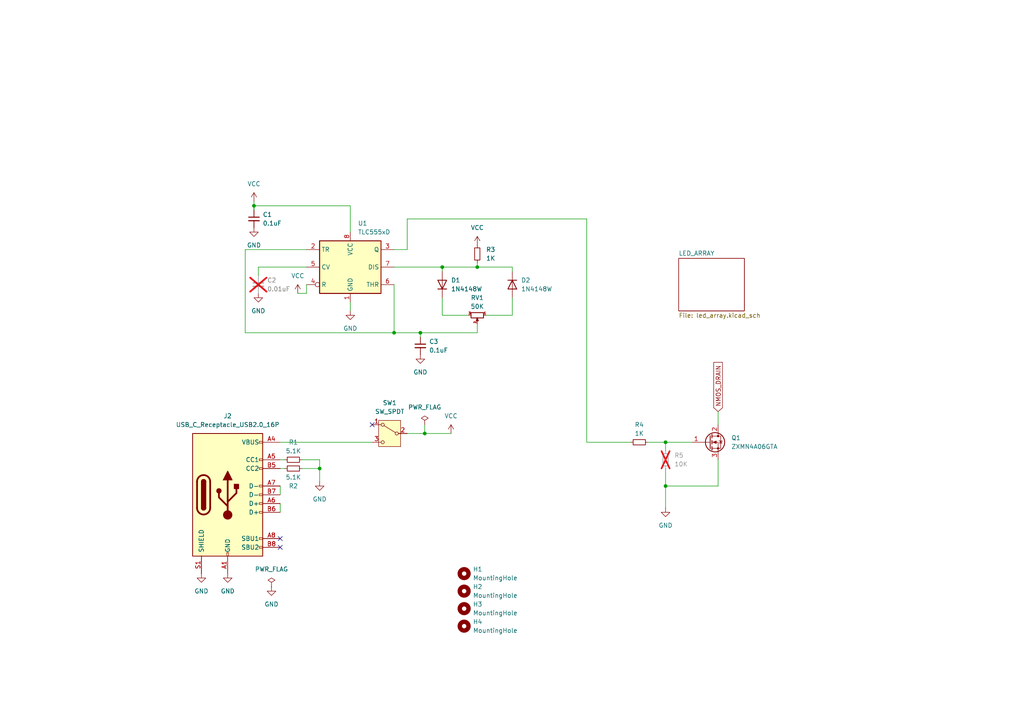
<source format=kicad_sch>
(kicad_sch (version 20230121) (generator eeschema)
  (paper "A4")
  (lib_symbols
    (symbol "Connector:USB_C_Receptacle_USB2.0_16P" (pin_names (offset 1.016))
      (property "Reference" "J" (at 0 22.225 0))
      (property "Value" "USB_C_Receptacle_USB2.0_16P" (at 0 19.685 0))
      (symbol "USB_C_Receptacle_USB2.0_16P_0_0"
        (rectangle (start -0.254 -17.78) (end 0.254 -16.764))
        (rectangle (start 10.16 -14.986) (end 9.144 -15.494))
        (rectangle (start 10.16 -12.446) (end 9.144 -12.954))
        (rectangle (start 10.16 -4.826) (end 9.144 -5.334))
        (rectangle (start 10.16 -2.286) (end 9.144 -2.794))
        (rectangle (start 10.16 0.254) (end 9.144 -0.254))
        (rectangle (start 10.16 2.794) (end 9.144 2.286))
        (rectangle (start 10.16 7.874) (end 9.144 7.366))
        (rectangle (start 10.16 10.414) (end 9.144 9.906))
        (rectangle (start 10.16 15.494) (end 9.144 14.986))
      )
      (symbol "USB_C_Receptacle_USB2.0_16P_0_1"
        (rectangle (start -10.16 17.78) (end 10.16 -17.78) (stroke (width 0.254)) (fill (type background)))
        (arc (start -8.89 -3.81) (mid -6.985 -5.7067) (end -5.08 -3.81) (stroke (width 0.508)))
        (arc (start -7.62 -3.81) (mid -6.985 -4.4423) (end -6.35 -3.81) (stroke (width 0.254)))
        (arc (start -7.62 -3.81) (mid -6.985 -4.4423) (end -6.35 -3.81) (stroke (width 0.254)) (fill (type outline)))
        (rectangle (start -7.62 -3.81) (end -6.35 3.81) (stroke (width 0.254)) (fill (type outline)))
        (arc (start -6.35 3.81) (mid -6.985 4.4423) (end -7.62 3.81) (stroke (width 0.254)))
        (arc (start -6.35 3.81) (mid -6.985 4.4423) (end -7.62 3.81) (stroke (width 0.254)) (fill (type outline)))
        (arc (start -5.08 3.81) (mid -6.985 5.7067) (end -8.89 3.81) (stroke (width 0.508)))
        (circle (center -2.54 1.143) (radius 0.635) (stroke (width 0.254)) (fill (type outline)))
        (circle (center 0 -5.842) (radius 1.27) (fill (type outline)))
        (polyline (pts (xy -8.89 -3.81) (xy -8.89 3.81)) (stroke (width 0.508)))
        (polyline (pts (xy -5.08 3.81) (xy -5.08 -3.81)) (stroke (width 0.508)))
        (polyline (pts (xy 0 -5.842) (xy 0 4.318)) (stroke (width 0.508)))
        (polyline (pts (xy 0 -3.302) (xy -2.54 -0.762) (xy -2.54 0.508)) (stroke (width 0.508)))
        (polyline (pts (xy 0 -2.032) (xy 2.54 0.508) (xy 2.54 1.778)) (stroke (width 0.508)))
        (polyline (pts (xy -1.27 4.318) (xy 0 6.858) (xy 1.27 4.318) (xy -1.27 4.318)) (stroke (width 0.254)) (fill (type outline)))
        (rectangle (start 1.905 1.778) (end 3.175 3.048) (stroke (width 0.254)) (fill (type outline)))
      )
      (symbol "USB_C_Receptacle_USB2.0_16P_1_1"
        (pin passive line (at 0 -22.86 90) (length 5.08) (name "GND") (number "A1"))
        (pin passive line (at 0 -22.86 90) (length 5.08) hide (name "GND") (number "A12"))
        (pin passive line (at 15.24 15.24 180) (length 5.08) (name "VBUS") (number "A4"))
        (pin bidirectional line (at 15.24 10.16 180) (length 5.08) (name "CC1") (number "A5"))
        (pin bidirectional line (at 15.24 -2.54 180) (length 5.08) (name "D+") (number "A6"))
        (pin bidirectional line (at 15.24 2.54 180) (length 5.08) (name "D-") (number "A7"))
        (pin bidirectional line (at 15.24 -12.7 180) (length 5.08) (name "SBU1") (number "A8"))
        (pin passive line (at 15.24 15.24 180) (length 5.08) hide (name "VBUS") (number "A9"))
        (pin passive line (at 0 -22.86 90) (length 5.08) hide (name "GND") (number "B1"))
        (pin passive line (at 0 -22.86 90) (length 5.08) hide (name "GND") (number "B12"))
        (pin passive line (at 15.24 15.24 180) (length 5.08) hide (name "VBUS") (number "B4"))
        (pin bidirectional line (at 15.24 7.62 180) (length 5.08) (name "CC2") (number "B5"))
        (pin bidirectional line (at 15.24 -5.08 180) (length 5.08) (name "D+") (number "B6"))
        (pin bidirectional line (at 15.24 0 180) (length 5.08) (name "D-") (number "B7"))
        (pin bidirectional line (at 15.24 -15.24 180) (length 5.08) (name "SBU2") (number "B8"))
        (pin passive line (at 15.24 15.24 180) (length 5.08) hide (name "VBUS") (number "B9"))
        (pin passive line (at -7.62 -22.86 90) (length 5.08) (name "SHIELD") (number "S1"))
      )
    )
    (symbol "Device:C_Small" (pin_numbers hide) (pin_names (offset 0.254) hide)
      (property "Reference" "C" (at 0.254 1.778 0))
      (property "Value" "C_Small" (at 0.254 -2.032 0))
      (symbol "C_Small_0_1"
        (polyline (pts (xy -1.524 -0.508) (xy 1.524 -0.508)) (stroke (width 0.3302)))
        (polyline (pts (xy -1.524 0.508) (xy 1.524 0.508)) (stroke (width 0.3048)))
      )
      (symbol "C_Small_1_1"
        (pin passive line (at 0 2.54 270) (length 2.032) (name "~") (number "1"))
        (pin passive line (at 0 -2.54 90) (length 2.032) (name "~") (number "2"))
      )
    )
    (symbol "Device:Q_NMOS_GDS" (pin_names (offset 0) hide)
      (property "Reference" "Q" (at 5.08 1.27 0))
      (property "Value" "Q_NMOS_GDS" (at 5.08 -1.27 0))
      (symbol "Q_NMOS_GDS_0_1"
        (polyline (pts (xy 0.254 0) (xy -2.54 0)))
        (polyline (pts (xy 0.254 1.905) (xy 0.254 -1.905)) (stroke (width 0.254)))
        (polyline (pts (xy 0.762 -1.27) (xy 0.762 -2.286)) (stroke (width 0.254)))
        (polyline (pts (xy 0.762 0.508) (xy 0.762 -0.508)) (stroke (width 0.254)))
        (polyline (pts (xy 0.762 2.286) (xy 0.762 1.27)) (stroke (width 0.254)))
        (polyline (pts (xy 2.54 2.54) (xy 2.54 1.778)))
        (polyline (pts (xy 2.54 -2.54) (xy 2.54 0) (xy 0.762 0)))
        (polyline (pts (xy 0.762 -1.778) (xy 3.302 -1.778) (xy 3.302 1.778) (xy 0.762 1.778)))
        (polyline (pts (xy 1.016 0) (xy 2.032 0.381) (xy 2.032 -0.381) (xy 1.016 0)) (fill (type outline)))
        (polyline (pts (xy 2.794 0.508) (xy 2.921 0.381) (xy 3.683 0.381) (xy 3.81 0.254)))
        (polyline (pts (xy 3.302 0.381) (xy 2.921 -0.254) (xy 3.683 -0.254) (xy 3.302 0.381)))
        (circle (center 1.651 0) (radius 2.794) (stroke (width 0.254)))
        (circle (center 2.54 -1.778) (radius 0.254) (fill (type outline)))
        (circle (center 2.54 1.778) (radius 0.254) (fill (type outline)))
      )
      (symbol "Q_NMOS_GDS_1_1"
        (pin input line (at -5.08 0 0) (length 2.54) (name "G") (number "1"))
        (pin passive line (at 2.54 5.08 270) (length 2.54) (name "D") (number "2"))
        (pin passive line (at 2.54 -5.08 90) (length 2.54) (name "S") (number "3"))
      )
    )
    (symbol "Device:R_Potentiometer_Small" (pin_names (offset 1.016) hide)
      (property "Reference" "RV" (at -4.445 0 90))
      (property "Value" "R_Potentiometer_Small" (at -2.54 0 90))
      (symbol "R_Potentiometer_Small_0_1"
        (polyline (pts (xy 0.889 0) (xy 0.635 0) (xy 1.651 0.381) (xy 1.651 -0.381) (xy 0.635 0) (xy 0.889 0)) (fill (type outline)))
        (rectangle (start 0.762 1.8034) (end -0.762 -1.8034) (stroke (width 0.254)))
      )
      (symbol "R_Potentiometer_Small_1_1"
        (pin passive line (at 0 2.54 270) (length 0.635) (name "1") (number "1"))
        (pin passive line (at 2.54 0 180) (length 0.9906) (name "2") (number "2"))
        (pin passive line (at 0 -2.54 90) (length 0.635) (name "3") (number "3"))
      )
    )
    (symbol "Device:R_Small" (pin_numbers hide) (pin_names (offset 0.254) hide)
      (property "Reference" "R" (at 0.762 0.508 0))
      (property "Value" "R_Small" (at 0.762 -1.016 0))
      (symbol "R_Small_0_1"
        (rectangle (start -0.762 1.778) (end 0.762 -1.778) (stroke (width 0.2032)))
      )
      (symbol "R_Small_1_1"
        (pin passive line (at 0 2.54 270) (length 0.762) (name "~") (number "1"))
        (pin passive line (at 0 -2.54 90) (length 0.762) (name "~") (number "2"))
      )
    )
    (symbol "Diode:1N4148W" (pin_numbers hide) (pin_names hide)
      (property "Reference" "D" (at 0 2.54 0))
      (property "Value" "1N4148W" (at 0 -2.54 0))
      (symbol "1N4148W_0_1"
        (polyline (pts (xy -1.27 1.27) (xy -1.27 -1.27)) (stroke (width 0.254)))
        (polyline (pts (xy 1.27 0) (xy -1.27 0)))
        (polyline (pts (xy 1.27 1.27) (xy 1.27 -1.27) (xy -1.27 0) (xy 1.27 1.27)) (stroke (width 0.254)))
      )
      (symbol "1N4148W_1_1"
        (pin passive line (at -3.81 0 0) (length 2.54) (name "K") (number "1"))
        (pin passive line (at 3.81 0 180) (length 2.54) (name "A") (number "2"))
      )
    )
    (symbol "Mechanical:MountingHole" (pin_names (offset 1.016))
      (property "Reference" "H" (at 0 5.08 0))
      (property "Value" "MountingHole" (at 0 3.175 0))
      (symbol "MountingHole_0_1"
        (circle (center 0 0) (radius 1.27) (stroke (width 1.27)))
      )
    )
    (symbol "Switch:SW_SPDT" (pin_names (offset 0) hide)
      (property "Reference" "SW" (at 0 5.08 0))
      (property "Value" "SW_SPDT" (at 0 -5.08 0))
      (symbol "SW_SPDT_0_1"
        (circle (center -2.032 0) (radius 0.4572))
        (polyline (pts (xy -1.651 0.254) (xy 1.651 2.286)))
        (circle (center 2.032 -2.54) (radius 0.4572))
        (circle (center 2.032 2.54) (radius 0.4572))
      )
      (symbol "SW_SPDT_1_1"
        (rectangle (start -3.175 3.81) (end 3.175 -3.81) (fill (type background)))
        (pin passive line (at 5.08 2.54 180) (length 2.54) (name "A") (number "1"))
        (pin passive line (at -5.08 0 0) (length 2.54) (name "B") (number "2"))
        (pin passive line (at 5.08 -2.54 180) (length 2.54) (name "C") (number "3"))
      )
    )
    (symbol "Timer:TLC555xD"
      (property "Reference" "U" (at -10.16 8.89 0))
      (property "Value" "TLC555xD" (at 2.54 8.89 0))
      (symbol "TLC555xD_0_0"
        (pin power_in line (at 0 -10.16 90) (length 2.54) (name "GND") (number "1"))
        (pin power_in line (at 0 10.16 270) (length 2.54) (name "VCC") (number "8"))
      )
      (symbol "TLC555xD_0_1"
        (rectangle (start -8.89 -7.62) (end 8.89 7.62) (stroke (width 0.254)) (fill (type background)))
        (rectangle (start -8.89 -7.62) (end 8.89 7.62) (stroke (width 0.254)) (fill (type background)))
      )
      (symbol "TLC555xD_1_1"
        (pin input line (at -12.7 5.08 0) (length 3.81) (name "TR") (number "2"))
        (pin output line (at 12.7 5.08 180) (length 3.81) (name "Q") (number "3"))
        (pin input inverted (at -12.7 -5.08 0) (length 3.81) (name "R") (number "4"))
        (pin input line (at -12.7 0 0) (length 3.81) (name "CV") (number "5"))
        (pin input line (at 12.7 -5.08 180) (length 3.81) (name "THR") (number "6"))
        (pin input line (at 12.7 0 180) (length 3.81) (name "DIS") (number "7"))
      )
    )
    (symbol "power:GND" (power) (pin_names (offset 0))
      (property "Value" "GND" (at 0 -3.81 0))
      (symbol "GND_0_1"
        (polyline (pts (xy 0 0) (xy 0 -1.27) (xy 1.27 -1.27) (xy 0 -2.54) (xy -1.27 -1.27) (xy 0 -1.27)))
      )
      (symbol "GND_1_1"
        (pin power_in line (at 0 0 270) (length 0) hide (name "GND") (number "1"))
      )
    )
    (symbol "power:PWR_FLAG" (power) (pin_numbers hide) (pin_names (offset 0) hide)
      (property "Value" "PWR_FLAG" (at 0 3.81 0))
      (symbol "PWR_FLAG_0_0"
        (pin power_out line (at 0 0 90) (length 0) (name "pwr") (number "1"))
      )
      (symbol "PWR_FLAG_0_1"
        (polyline (pts (xy 0 0) (xy 0 1.27) (xy -1.016 1.905) (xy 0 2.54) (xy 1.016 1.905) (xy 0 1.27)))
      )
    )
    (symbol "power:VCC" (power) (pin_names (offset 0))
      (property "Value" "VCC" (at 0 3.81 0))
      (symbol "VCC_0_1"
        (polyline (pts (xy -0.762 1.27) (xy 0 2.54)))
        (polyline (pts (xy 0 0) (xy 0 2.54)))
        (polyline (pts (xy 0 2.54) (xy 0.762 1.27)))
      )
      (symbol "VCC_1_1"
        (pin power_in line (at 0 0 90) (length 0) hide (name "VCC") (number "1"))
      )
    )
  )
  (junction (at 123.19 125.73))
  (junction (at 128.27 77.47))
  (junction (at 73.66 59.69))
  (junction (at 193.04 140.97))
  (junction (at 138.43 77.47))
  (junction (at 121.92 96.52))
  (junction (at 114.3 96.52))
  (junction (at 193.04 128.27))
  (junction (at 92.71 135.89))
  (no_connect (at 81.28 156.21))
  (no_connect (at 107.95 123.19))
  (no_connect (at 81.28 158.75))
  (wire (pts (xy 92.71 133.35) (xy 92.71 135.89)))
  (wire (pts (xy 71.12 72.39) (xy 88.9 72.39)))
  (wire (pts (xy 74.93 77.47) (xy 74.93 80.01)))
  (wire (pts (xy 73.66 58.42) (xy 73.66 59.69)))
  (wire (pts (xy 123.19 125.73) (xy 130.81 125.73)))
  (wire (pts (xy 92.71 135.89) (xy 92.71 139.7)))
  (wire (pts (xy 138.43 93.98) (xy 138.43 96.52)))
  (wire (pts (xy 187.96 128.27) (xy 193.04 128.27)))
  (wire (pts (xy 123.19 123.19) (xy 123.19 125.73)))
  (wire (pts (xy 71.12 96.52) (xy 71.12 72.39)))
  (wire (pts (xy 87.63 135.89) (xy 92.71 135.89)))
  (wire (pts (xy 121.92 96.52) (xy 114.3 96.52)))
  (wire (pts (xy 193.04 128.27) (xy 200.66 128.27)))
  (wire (pts (xy 193.04 140.97) (xy 193.04 135.89)) (stroke (width 0.1524)))
  (wire (pts (xy 118.11 72.39) (xy 118.11 63.5)))
  (wire (pts (xy 170.18 128.27) (xy 182.88 128.27)))
  (wire (pts (xy 73.66 59.69) (xy 73.66 60.96)) (stroke (width 0.1524)))
  (wire (pts (xy 148.59 86.36) (xy 148.59 91.44)))
  (wire (pts (xy 114.3 82.55) (xy 114.3 96.52)))
  (wire (pts (xy 123.19 125.73) (xy 121.92 125.73)))
  (wire (pts (xy 148.59 78.74) (xy 148.59 77.47)))
  (wire (pts (xy 88.9 85.09) (xy 88.9 82.55)))
  (wire (pts (xy 138.43 77.47) (xy 138.43 76.2)))
  (wire (pts (xy 118.11 63.5) (xy 170.18 63.5)))
  (wire (pts (xy 148.59 77.47) (xy 138.43 77.47)))
  (wire (pts (xy 74.93 77.47) (xy 88.9 77.47)))
  (wire (pts (xy 121.92 97.79) (xy 121.92 96.52)))
  (wire (pts (xy 128.27 91.44) (xy 135.89 91.44)))
  (wire (pts (xy 73.66 59.69) (xy 73.66 60.96)))
  (wire (pts (xy 87.63 133.35) (xy 92.71 133.35)))
  (wire (pts (xy 101.6 59.69) (xy 101.6 67.31)) (stroke (width 0.1524)))
  (wire (pts (xy 208.28 119.38) (xy 208.28 123.19)) (stroke (width 0.1524)))
  (wire (pts (xy 114.3 72.39) (xy 118.11 72.39)))
  (wire (pts (xy 148.59 91.44) (xy 140.97 91.44)))
  (wire (pts (xy 101.6 87.63) (xy 101.6 90.17)))
  (wire (pts (xy 81.28 133.35) (xy 82.55 133.35)))
  (wire (pts (xy 128.27 86.36) (xy 128.27 91.44)))
  (wire (pts (xy 170.18 63.5) (xy 170.18 128.27)))
  (wire (pts (xy 128.27 77.47) (xy 138.43 77.47)))
  (wire (pts (xy 114.3 77.47) (xy 128.27 77.47)))
  (wire (pts (xy 81.28 146.05) (xy 81.28 148.59)))
  (wire (pts (xy 118.11 125.73) (xy 121.92 125.73)) (stroke (width 0.1524)))
  (wire (pts (xy 128.27 78.74) (xy 128.27 77.47)))
  (wire (pts (xy 86.36 85.09) (xy 88.9 85.09)))
  (wire (pts (xy 193.04 140.97) (xy 208.28 140.97)) (stroke (width 0.1524)))
  (wire (pts (xy 193.04 128.27) (xy 193.04 130.81)))
  (wire (pts (xy 81.28 140.97) (xy 81.28 143.51)))
  (wire (pts (xy 73.66 59.69) (xy 101.6 59.69)) (stroke (width 0.1524)))
  (wire (pts (xy 114.3 96.52) (xy 71.12 96.52)))
  (wire (pts (xy 208.28 140.97) (xy 208.28 133.35)) (stroke (width 0.1524)))
  (wire (pts (xy 81.28 128.27) (xy 107.95 128.27)))
  (wire (pts (xy 81.28 135.89) (xy 82.55 135.89)))
  (wire (pts (xy 193.04 147.32) (xy 193.04 140.97)) (stroke (width 0.1524)))
  (wire (pts (xy 138.43 96.52) (xy 121.92 96.52)))
  (global_label "NMOS_DRAIN" (shape input) (at 208.28 119.38 90) (property "Intersheetrefs" "${INTERSHEET_REFS}" (effects hide)))
  (symbol (lib_id "Diode:1N4148W") (at 128.27 82.55 90) (unit 1)
    (property "Reference" "D1" (at 130.81 81.28 90) (effects (justify right)))
    (property "Value" "1N4148W" (at 130.81 83.82 90) (effects (justify right)))
    (property "Footprint" "Diode_SMD:D_SOD-123" (effects hide))
    (property "Datasheet" "https://www.vishay.com/docs/85748/1n4148w.pdf" (effects hide))
    (property "Sim.Device" "D" (effects hide))
    (property "Sim.Pins" "1=K 2=A" (effects hide))
    (property "DigiKey" "1N4148W-E3-18CT-ND" (effects hide))
    (property "Mouser" "78-1N4148W-E3-18" (effects hide))
    (property "JLC" "C191428" (effects hide))
  )
  (symbol (lib_id "power:GND") (at 74.93 85.09 0) (unit 1)
    (property "Reference" "#PWR06" (effects hide))
    (property "Value" "GND" (at 74.93 90.17 0))
  )
  (symbol (lib_id "power:GND") (at 193.04 147.32 0) (unit 1)
    (property "Reference" "#PWR012" (effects hide))
    (property "Value" "GND" (at 193.04 152.4 0))
  )
  (symbol (lib_id "Mechanical:MountingHole") (at 134.62 181.61 0) (unit 1) (in_bom no)
    (property "Reference" "H4" (at 137.16 180.34 0) (effects (justify left)))
    (property "Value" "MountingHole" (at 137.16 182.88 0) (effects (justify left)))
    (property "Footprint" "MountingHole:MountingHole_3.2mm_M3_DIN965_Pad" (effects hide))
  )
  (symbol (lib_id "Device:R_Small") (at 193.04 133.35 0) (unit 1) (in_bom no) (dnp yes)
    (property "Reference" "R5" (at 195.58 132.08 0) (effects (justify left)))
    (property "Value" "10K" (at 195.58 134.62 0) (effects (justify left)))
    (property "Footprint" "Resistor_SMD:R_0603_1608Metric" (effects hide))
    (property "JLC" "C25804" (effects hide))
  )
  (symbol (lib_id "power:GND") (at 121.92 102.87 0) (unit 1)
    (property "Reference" "#PWR010" (effects hide))
    (property "Value" "GND" (at 121.92 107.95 0))
  )
  (symbol (lib_id "Switch:SW_SPDT") (at 113.03 125.73 0) (mirror y) (unit 1)
    (property "Reference" "SW1" (at 113.03 116.84 0))
    (property "Value" "SW_SPDT" (at 113.03 119.38 0))
    (property "Footprint" "Switch:1101MxSxAxx" (effects hide))
    (property "Datasheet" "https://www.ckswitches.com/media/1429/1000.pdf" (effects hide))
    (property "DigiKey" "CKN11550-ND" (effects hide))
    (property "Mouser" "611-1101M2S5AQE2" (effects hide))
    (property "JLC" "C2800020" (effects hide))
  )
  (symbol (lib_id "power:VCC") (at 73.66 58.42 0) (unit 1)
    (property "Reference" "#PWR04" (effects hide))
    (property "Value" "VCC" (at 73.66 53.34 0))
  )
  (symbol (lib_id "Device:C_Small") (at 74.93 82.55 0) (unit 1) (in_bom no) (dnp yes)
    (property "Reference" "C2" (at 77.47 81.2863 0) (effects (justify left)))
    (property "Value" "0.01uF" (at 77.47 83.8263 0) (effects (justify left)))
    (property "Footprint" "Capacitor_SMD:C_0603_1608Metric" (effects hide))
    (property "JLC" "C57112" (effects hide))
  )
  (symbol (lib_id "power:VCC") (at 86.36 85.09 0) (unit 1)
    (property "Reference" "#PWR07" (effects hide))
    (property "Value" "VCC" (at 86.36 80.01 0))
  )
  (symbol (lib_id "power:GND") (at 66.04 166.37 0) (unit 1)
    (property "Reference" "#PWR02" (effects hide))
    (property "Value" "GND" (at 66.04 171.45 0))
  )
  (symbol (lib_id "power:GND") (at 101.6 90.17 0) (unit 1)
    (property "Reference" "#PWR09" (effects hide))
    (property "Value" "GND" (at 101.6 95.25 0))
  )
  (symbol (lib_id "Mechanical:MountingHole") (at 134.62 171.45 0) (unit 1) (in_bom no)
    (property "Reference" "H2" (at 137.16 170.18 0) (effects (justify left)))
    (property "Value" "MountingHole" (at 137.16 172.72 0) (effects (justify left)))
    (property "Footprint" "MountingHole:MountingHole_3.2mm_M3_DIN965_Pad" (effects hide))
  )
  (symbol (lib_id "Device:R_Small") (at 138.43 73.66 0) (unit 1)
    (property "Reference" "R3" (at 140.97 72.39 0) (effects (justify left)))
    (property "Value" "1K" (at 140.97 74.93 0) (effects (justify left)))
    (property "Footprint" "Resistor_SMD:R_0603_1608Metric" (effects hide))
    (property "JLC" "C21190" (effects hide))
  )
  (symbol (lib_id "power:GND") (at 92.71 139.7 0) (unit 1)
    (property "Reference" "#PWR03" (effects hide))
    (property "Value" "GND" (at 92.71 144.78 0))
  )
  (symbol (lib_id "power:VCC") (at 138.43 71.12 0) (unit 1)
    (property "Reference" "#PWR011" (effects hide))
    (property "Value" "VCC" (at 138.43 66.04 0))
  )
  (symbol (lib_id "Mechanical:MountingHole") (at 134.62 166.37 0) (unit 1) (in_bom no)
    (property "Reference" "H1" (at 137.16 165.1 0) (effects (justify left)))
    (property "Value" "MountingHole" (at 137.16 167.64 0) (effects (justify left)))
    (property "Footprint" "MountingHole:MountingHole_3.2mm_M3_DIN965_Pad" (effects hide))
  )
  (symbol (lib_id "Mechanical:MountingHole") (at 134.62 176.53 0) (unit 1) (in_bom no)
    (property "Reference" "H3" (at 137.16 175.26 0) (effects (justify left)))
    (property "Value" "MountingHole" (at 137.16 177.8 0) (effects (justify left)))
    (property "Footprint" "MountingHole:MountingHole_3.2mm_M3_DIN965_Pad" (effects hide))
  )
  (symbol (lib_id "Device:C_Small") (at 73.66 63.5 0) (unit 1)
    (property "Reference" "C1" (at 76.2 62.2363 0) (effects (justify left)))
    (property "Value" "0.1uF" (at 76.2 64.7763 0) (effects (justify left)))
    (property "Footprint" "Capacitor_SMD:C_0603_1608Metric" (effects hide))
    (property "JLC" "C14663" (effects hide))
  )
  (symbol (lib_id "Connector:USB_C_Receptacle_USB2.0_16P") (at 66.04 143.51 0) (unit 1)
    (property "Reference" "J2" (at 66.04 120.65 0))
    (property "Value" "USB_C_Receptacle_USB2.0_16P" (at 66.04 123.19 0))
    (property "Footprint" "Connector_USB:USB_C_Receptacle_GCT_USB4105-xx-A_16P_TopMnt_Horizontal" (effects hide))
    (property "Datasheet" "https://www.usb.org/sites/default/files/documents/usb_type-c.zip" (effects hide))
    (property "JLC" "C3039294" (effects hide))
  )
  (symbol (lib_id "Diode:1N4148W") (at 148.59 82.55 270) (unit 1)
    (property "Reference" "D2" (at 151.13 81.28 90) (effects (justify left)))
    (property "Value" "1N4148W" (at 151.13 83.82 90) (effects (justify left)))
    (property "Footprint" "Diode_SMD:D_SOD-123" (effects hide))
    (property "Datasheet" "https://www.vishay.com/docs/85748/1n4148w.pdf" (effects hide))
    (property "Sim.Device" "D" (effects hide))
    (property "Sim.Pins" "1=K 2=A" (effects hide))
    (property "DigiKey" "1N4148W-E3-18CT-ND" (effects hide))
    (property "Mouser" "78-1N4148W-E3-18" (effects hide))
    (property "JLC" "C191428" (effects hide))
  )
  (symbol (lib_id "Device:R_Potentiometer_Small") (at 138.43 91.44 270) (unit 1)
    (property "Reference" "RV1" (at 138.43 86.36 90))
    (property "Value" "50K" (at 138.43 88.9 90))
    (property "Footprint" "Potentiometer_THT:Potentiometer_Bourns_PTV09A-2_Single_Horizontal" (effects hide))
    (property "DigiKey" "PTV09A-2020F-B503-ND" (effects hide))
    (property "Mouser" "652-PTV09A-2020FB503" (effects hide))
    (property "JLC" "C7029921" (effects hide))
  )
  (symbol (lib_id "Device:R_Small") (at 85.09 135.89 90) (unit 1)
    (property "Reference" "R2" (at 85.09 140.97 90))
    (property "Value" "5.1K" (at 85.09 138.43 90))
    (property "Footprint" "Resistor_SMD:R_0603_1608Metric" (effects hide))
    (property "JLC" "C23186" (effects hide))
  )
  (symbol (lib_id "power:GND") (at 58.42 166.37 0) (unit 1)
    (property "Reference" "#PWR01" (effects hide))
    (property "Value" "GND" (at 58.42 171.45 0))
  )
  (symbol (lib_id "power:PWR_FLAG") (at 78.74 170.18 0) (unit 1)
    (property "Reference" "#FLG02" (effects hide))
    (property "Value" "PWR_FLAG" (at 78.74 165.1 0))
  )
  (symbol (lib_id "power:GND") (at 78.74 170.18 0) (unit 1)
    (property "Reference" "#PWR025" (effects hide))
    (property "Value" "GND" (at 78.74 175.26 0))
  )
  (symbol (lib_id "Device:R_Small") (at 185.42 128.27 90) (unit 1)
    (property "Reference" "R4" (at 185.42 123.19 90))
    (property "Value" "1K" (at 185.42 125.73 90))
    (property "Footprint" "Resistor_SMD:R_0603_1608Metric" (effects hide))
    (property "JLC" "C21190" (effects hide))
  )
  (symbol (lib_id "power:PWR_FLAG") (at 123.19 123.19 0) (unit 1)
    (property "Reference" "#FLG01" (effects hide))
    (property "Value" "PWR_FLAG" (at 123.19 118.11 0))
  )
  (symbol (lib_id "power:VCC") (at 130.81 125.73 0) (unit 1)
    (property "Reference" "#PWR08" (effects hide))
    (property "Value" "VCC" (at 130.81 120.65 0))
  )
  (symbol (lib_id "Timer:TLC555xD") (at 101.6 77.47 0) (unit 1)
    (property "Reference" "U1" (at 103.7941 64.77 0) (effects (justify left)))
    (property "Value" "TLC555xD" (at 103.7941 67.31 0) (effects (justify left)))
    (property "Footprint" "Package_SO:SOIC-8_3.9x4.9mm_P1.27mm" (effects hide))
    (property "Datasheet" "http://www.ti.com/lit/ds/symlink/tlc555.pdf" (effects hide))
    (property "DigiKey" "296-1336-1-ND" (effects hide))
    (property "Mouser" "595-TLC555CDR" (effects hide))
    (property "JLC" "C6986" (effects hide))
  )
  (symbol (lib_id "Device:R_Small") (at 85.09 133.35 90) (unit 1)
    (property "Reference" "R1" (at 85.09 128.27 90))
    (property "Value" "5.1K" (at 85.09 130.81 90))
    (property "Footprint" "Resistor_SMD:R_0603_1608Metric" (effects hide))
    (property "JLC" "C23186" (effects hide))
  )
  (symbol (lib_id "power:GND") (at 73.66 66.04 0) (unit 1)
    (property "Reference" "#PWR05" (effects hide))
    (property "Value" "GND" (at 73.66 71.12 0))
  )
  (symbol (lib_id "Device:Q_NMOS_GDS") (at 205.74 128.27 0) (unit 1)
    (property "Reference" "Q1" (at 212.09 127 0) (effects (justify left)))
    (property "Value" "ZXMN4A06GTA" (at 212.09 129.54 0) (effects (justify left)))
    (property "Footprint" "Package_TO_SOT_SMD:SOT-223-3_TabPin2" (effects hide))
    (property "Datasheet" "https://www.diodes.com/assets/Datasheets/ZXMN4A06G.pdf" (effects hide))
    (property "DigiKey" "ZXMN4A06GCT-ND" (effects hide))
    (property "JLC" "C155253" (effects hide))
    (property "Mouser" "522-ZXMN4A06GTA" (effects hide))
  )
  (symbol (lib_id "Device:C_Small") (at 121.92 100.33 0) (unit 1)
    (property "Reference" "C3" (at 124.46 99.0663 0) (effects (justify left)))
    (property "Value" "0.1uF" (at 124.46 101.6063 0) (effects (justify left)))
    (property "Footprint" "Capacitor_SMD:C_0603_1608Metric" (effects hide))
    (property "JLC" "C14663" (effects hide))
  )
  (sheet (at 196.85 74.93) (size 19.05 15.24) (stroke (width 0.1524))
    (property "Sheetname" "LED_ARRAY" (at 196.85 74.2184 0) (effects (justify left bottom)))
    (property "Sheetfile" "led_array.kicad_sch" (at 196.85 90.7546 0) (effects (justify left top)))
  )
)
</source>
